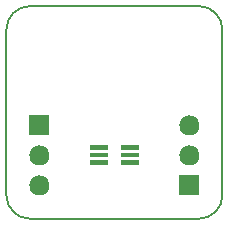
<source format=gbr>
G04 #@! TF.GenerationSoftware,KiCad,Pcbnew,5.0.1-33cea8e~68~ubuntu18.10.1*
G04 #@! TF.CreationDate,2018-11-26T23:36:25+02:00*
G04 #@! TF.ProjectId,BRK-SC-70-6,42524B2D53432D37302D362E6B696361,v1.0*
G04 #@! TF.SameCoordinates,Original*
G04 #@! TF.FileFunction,Soldermask,Top*
G04 #@! TF.FilePolarity,Negative*
%FSLAX46Y46*%
G04 Gerber Fmt 4.6, Leading zero omitted, Abs format (unit mm)*
G04 Created by KiCad (PCBNEW 5.0.1-33cea8e~68~ubuntu18.10.1) date ma 26. marraskuuta 2018 23.36.25*
%MOMM*%
%LPD*%
G01*
G04 APERTURE LIST*
%ADD10C,0.150000*%
%ADD11C,0.100000*%
G04 APERTURE END LIST*
D10*
X52000000Y-68000000D02*
G75*
G02X50000000Y-66000000I0J2000000D01*
G01*
X68300000Y-66000000D02*
G75*
G02X66300000Y-68000000I-2000000J0D01*
G01*
X66300000Y-50000000D02*
G75*
G02X68300000Y-52000000I0J-2000000D01*
G01*
X50000000Y-52000000D02*
G75*
G02X52000000Y-50000000I2000000J0D01*
G01*
X66300000Y-68000000D02*
X52000000Y-68000000D01*
X68300000Y-52000000D02*
X68300000Y-66000000D01*
X52000000Y-50000000D02*
X66300000Y-50000000D01*
X50000000Y-66000000D02*
X50000000Y-52000000D01*
D11*
G36*
X52966627Y-64342299D02*
X53057088Y-64369740D01*
X53126855Y-64390903D01*
X53180712Y-64419691D01*
X53274517Y-64469830D01*
X53403948Y-64576052D01*
X53510170Y-64705483D01*
X53560309Y-64799288D01*
X53589097Y-64853145D01*
X53589097Y-64853146D01*
X53637701Y-65013373D01*
X53654113Y-65180000D01*
X53637701Y-65346627D01*
X53637700Y-65346629D01*
X53589097Y-65506855D01*
X53560309Y-65560712D01*
X53510170Y-65654517D01*
X53403948Y-65783948D01*
X53274517Y-65890170D01*
X53180712Y-65940309D01*
X53126855Y-65969097D01*
X53057088Y-65990260D01*
X52966627Y-66017701D01*
X52841757Y-66030000D01*
X52758243Y-66030000D01*
X52633373Y-66017701D01*
X52542912Y-65990260D01*
X52473145Y-65969097D01*
X52419288Y-65940309D01*
X52325483Y-65890170D01*
X52196052Y-65783948D01*
X52089830Y-65654517D01*
X52039691Y-65560712D01*
X52010903Y-65506855D01*
X51962300Y-65346629D01*
X51962299Y-65346627D01*
X51945887Y-65180000D01*
X51962299Y-65013373D01*
X52010903Y-64853146D01*
X52010903Y-64853145D01*
X52039691Y-64799288D01*
X52089830Y-64705483D01*
X52196052Y-64576052D01*
X52325483Y-64469830D01*
X52419288Y-64419691D01*
X52473145Y-64390903D01*
X52542912Y-64369740D01*
X52633373Y-64342299D01*
X52758243Y-64330000D01*
X52841757Y-64330000D01*
X52966627Y-64342299D01*
X52966627Y-64342299D01*
G37*
G36*
X66350000Y-66030000D02*
X64650000Y-66030000D01*
X64650000Y-64330000D01*
X66350000Y-64330000D01*
X66350000Y-66030000D01*
X66350000Y-66030000D01*
G37*
G36*
X52966627Y-61802299D02*
X53057088Y-61829740D01*
X53126855Y-61850903D01*
X53180712Y-61879691D01*
X53274517Y-61929830D01*
X53403948Y-62036052D01*
X53510170Y-62165483D01*
X53560309Y-62259288D01*
X53589097Y-62313145D01*
X53589097Y-62313146D01*
X53637701Y-62473373D01*
X53654113Y-62640000D01*
X53637701Y-62806627D01*
X53637700Y-62806629D01*
X53589097Y-62966855D01*
X53560309Y-63020712D01*
X53510170Y-63114517D01*
X53403948Y-63243948D01*
X53274517Y-63350170D01*
X53180712Y-63400309D01*
X53126855Y-63429097D01*
X53057946Y-63450000D01*
X52966627Y-63477701D01*
X52841757Y-63490000D01*
X52758243Y-63490000D01*
X52633373Y-63477701D01*
X52542054Y-63450000D01*
X52473145Y-63429097D01*
X52419288Y-63400309D01*
X52325483Y-63350170D01*
X52196052Y-63243948D01*
X52089830Y-63114517D01*
X52039691Y-63020712D01*
X52010903Y-62966855D01*
X51962300Y-62806629D01*
X51962299Y-62806627D01*
X51945887Y-62640000D01*
X51962299Y-62473373D01*
X52010903Y-62313146D01*
X52010903Y-62313145D01*
X52039691Y-62259288D01*
X52089830Y-62165483D01*
X52196052Y-62036052D01*
X52325483Y-61929830D01*
X52419288Y-61879691D01*
X52473145Y-61850903D01*
X52542912Y-61829740D01*
X52633373Y-61802299D01*
X52758243Y-61790000D01*
X52841757Y-61790000D01*
X52966627Y-61802299D01*
X52966627Y-61802299D01*
G37*
G36*
X65666627Y-61802299D02*
X65757088Y-61829740D01*
X65826855Y-61850903D01*
X65880712Y-61879691D01*
X65974517Y-61929830D01*
X66103948Y-62036052D01*
X66210170Y-62165483D01*
X66260309Y-62259288D01*
X66289097Y-62313145D01*
X66289097Y-62313146D01*
X66337701Y-62473373D01*
X66354113Y-62640000D01*
X66337701Y-62806627D01*
X66337700Y-62806629D01*
X66289097Y-62966855D01*
X66260309Y-63020712D01*
X66210170Y-63114517D01*
X66103948Y-63243948D01*
X65974517Y-63350170D01*
X65880712Y-63400309D01*
X65826855Y-63429097D01*
X65757946Y-63450000D01*
X65666627Y-63477701D01*
X65541757Y-63490000D01*
X65458243Y-63490000D01*
X65333373Y-63477701D01*
X65242054Y-63450000D01*
X65173145Y-63429097D01*
X65119288Y-63400309D01*
X65025483Y-63350170D01*
X64896052Y-63243948D01*
X64789830Y-63114517D01*
X64739691Y-63020712D01*
X64710903Y-62966855D01*
X64662300Y-62806629D01*
X64662299Y-62806627D01*
X64645887Y-62640000D01*
X64662299Y-62473373D01*
X64710903Y-62313146D01*
X64710903Y-62313145D01*
X64739691Y-62259288D01*
X64789830Y-62165483D01*
X64896052Y-62036052D01*
X65025483Y-61929830D01*
X65119288Y-61879691D01*
X65173145Y-61850903D01*
X65242912Y-61829740D01*
X65333373Y-61802299D01*
X65458243Y-61790000D01*
X65541757Y-61790000D01*
X65666627Y-61802299D01*
X65666627Y-61802299D01*
G37*
G36*
X61230000Y-63450000D02*
X59730000Y-63450000D01*
X59730000Y-63050000D01*
X61230000Y-63050000D01*
X61230000Y-63450000D01*
X61230000Y-63450000D01*
G37*
G36*
X58570000Y-63450000D02*
X57070000Y-63450000D01*
X57070000Y-63050000D01*
X58570000Y-63050000D01*
X58570000Y-63450000D01*
X58570000Y-63450000D01*
G37*
G36*
X61230000Y-62800000D02*
X59730000Y-62800000D01*
X59730000Y-62400000D01*
X61230000Y-62400000D01*
X61230000Y-62800000D01*
X61230000Y-62800000D01*
G37*
G36*
X58570000Y-62800000D02*
X57070000Y-62800000D01*
X57070000Y-62400000D01*
X58570000Y-62400000D01*
X58570000Y-62800000D01*
X58570000Y-62800000D01*
G37*
G36*
X58570000Y-62150000D02*
X57070000Y-62150000D01*
X57070000Y-61750000D01*
X58570000Y-61750000D01*
X58570000Y-62150000D01*
X58570000Y-62150000D01*
G37*
G36*
X61230000Y-62150000D02*
X59730000Y-62150000D01*
X59730000Y-61750000D01*
X61230000Y-61750000D01*
X61230000Y-62150000D01*
X61230000Y-62150000D01*
G37*
G36*
X53650000Y-60950000D02*
X51950000Y-60950000D01*
X51950000Y-59250000D01*
X53650000Y-59250000D01*
X53650000Y-60950000D01*
X53650000Y-60950000D01*
G37*
G36*
X65666627Y-59262299D02*
X65757088Y-59289740D01*
X65826855Y-59310903D01*
X65880712Y-59339691D01*
X65974517Y-59389830D01*
X66103948Y-59496052D01*
X66210170Y-59625483D01*
X66260309Y-59719288D01*
X66289097Y-59773145D01*
X66289097Y-59773146D01*
X66337701Y-59933373D01*
X66354113Y-60100000D01*
X66337701Y-60266627D01*
X66337700Y-60266629D01*
X66289097Y-60426855D01*
X66260309Y-60480712D01*
X66210170Y-60574517D01*
X66103948Y-60703948D01*
X65974517Y-60810170D01*
X65880712Y-60860309D01*
X65826855Y-60889097D01*
X65757088Y-60910260D01*
X65666627Y-60937701D01*
X65541757Y-60950000D01*
X65458243Y-60950000D01*
X65333373Y-60937701D01*
X65242912Y-60910260D01*
X65173145Y-60889097D01*
X65119288Y-60860309D01*
X65025483Y-60810170D01*
X64896052Y-60703948D01*
X64789830Y-60574517D01*
X64739691Y-60480712D01*
X64710903Y-60426855D01*
X64662300Y-60266629D01*
X64662299Y-60266627D01*
X64645887Y-60100000D01*
X64662299Y-59933373D01*
X64710903Y-59773146D01*
X64710903Y-59773145D01*
X64739691Y-59719288D01*
X64789830Y-59625483D01*
X64896052Y-59496052D01*
X65025483Y-59389830D01*
X65119288Y-59339691D01*
X65173145Y-59310903D01*
X65242912Y-59289740D01*
X65333373Y-59262299D01*
X65458243Y-59250000D01*
X65541757Y-59250000D01*
X65666627Y-59262299D01*
X65666627Y-59262299D01*
G37*
M02*

</source>
